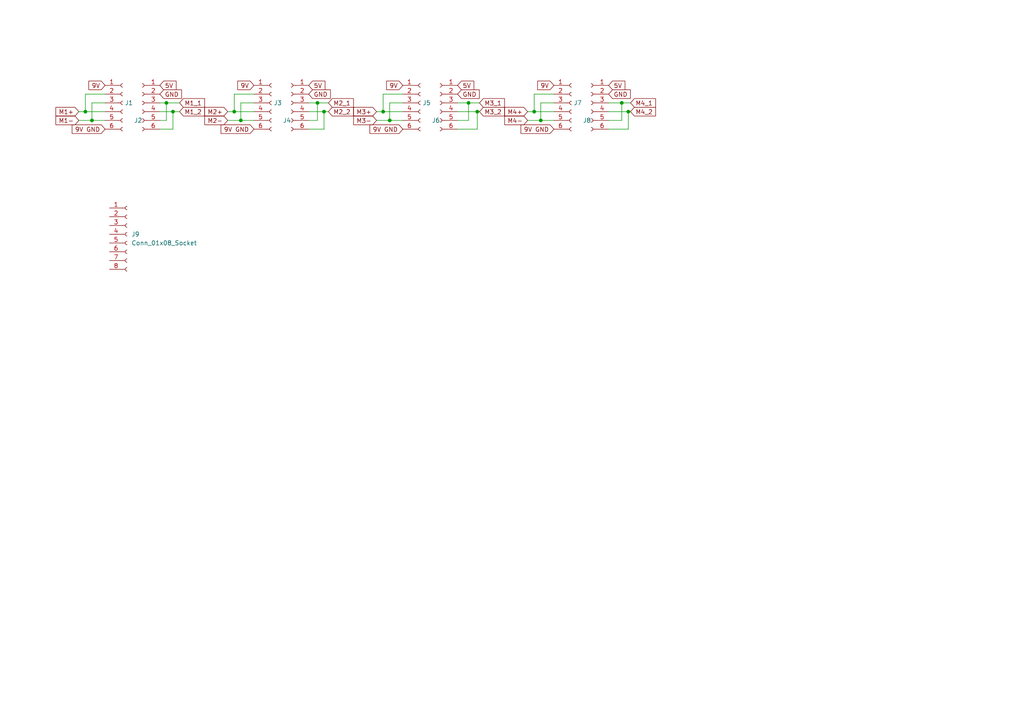
<source format=kicad_sch>
(kicad_sch (version 20230121) (generator eeschema)

  (uuid 9ed48ca3-3f64-4a4f-8208-46ac0d9e63c6)

  (paper "A4")

  (lib_symbols
    (symbol "Connector:Conn_01x06_Socket" (pin_names (offset 1.016) hide) (in_bom yes) (on_board yes)
      (property "Reference" "J" (at 0 7.62 0)
        (effects (font (size 1.27 1.27)))
      )
      (property "Value" "Conn_01x06_Socket" (at 0 -10.16 0)
        (effects (font (size 1.27 1.27)))
      )
      (property "Footprint" "" (at 0 0 0)
        (effects (font (size 1.27 1.27)) hide)
      )
      (property "Datasheet" "~" (at 0 0 0)
        (effects (font (size 1.27 1.27)) hide)
      )
      (property "ki_locked" "" (at 0 0 0)
        (effects (font (size 1.27 1.27)))
      )
      (property "ki_keywords" "connector" (at 0 0 0)
        (effects (font (size 1.27 1.27)) hide)
      )
      (property "ki_description" "Generic connector, single row, 01x06, script generated" (at 0 0 0)
        (effects (font (size 1.27 1.27)) hide)
      )
      (property "ki_fp_filters" "Connector*:*_1x??_*" (at 0 0 0)
        (effects (font (size 1.27 1.27)) hide)
      )
      (symbol "Conn_01x06_Socket_1_1"
        (arc (start 0 -7.112) (mid -0.5058 -7.62) (end 0 -8.128)
          (stroke (width 0.1524) (type default))
          (fill (type none))
        )
        (arc (start 0 -4.572) (mid -0.5058 -5.08) (end 0 -5.588)
          (stroke (width 0.1524) (type default))
          (fill (type none))
        )
        (arc (start 0 -2.032) (mid -0.5058 -2.54) (end 0 -3.048)
          (stroke (width 0.1524) (type default))
          (fill (type none))
        )
        (polyline
          (pts
            (xy -1.27 -7.62)
            (xy -0.508 -7.62)
          )
          (stroke (width 0.1524) (type default))
          (fill (type none))
        )
        (polyline
          (pts
            (xy -1.27 -5.08)
            (xy -0.508 -5.08)
          )
          (stroke (width 0.1524) (type default))
          (fill (type none))
        )
        (polyline
          (pts
            (xy -1.27 -2.54)
            (xy -0.508 -2.54)
          )
          (stroke (width 0.1524) (type default))
          (fill (type none))
        )
        (polyline
          (pts
            (xy -1.27 0)
            (xy -0.508 0)
          )
          (stroke (width 0.1524) (type default))
          (fill (type none))
        )
        (polyline
          (pts
            (xy -1.27 2.54)
            (xy -0.508 2.54)
          )
          (stroke (width 0.1524) (type default))
          (fill (type none))
        )
        (polyline
          (pts
            (xy -1.27 5.08)
            (xy -0.508 5.08)
          )
          (stroke (width 0.1524) (type default))
          (fill (type none))
        )
        (arc (start 0 0.508) (mid -0.5058 0) (end 0 -0.508)
          (stroke (width 0.1524) (type default))
          (fill (type none))
        )
        (arc (start 0 3.048) (mid -0.5058 2.54) (end 0 2.032)
          (stroke (width 0.1524) (type default))
          (fill (type none))
        )
        (arc (start 0 5.588) (mid -0.5058 5.08) (end 0 4.572)
          (stroke (width 0.1524) (type default))
          (fill (type none))
        )
        (pin passive line (at -5.08 5.08 0) (length 3.81)
          (name "Pin_1" (effects (font (size 1.27 1.27))))
          (number "1" (effects (font (size 1.27 1.27))))
        )
        (pin passive line (at -5.08 2.54 0) (length 3.81)
          (name "Pin_2" (effects (font (size 1.27 1.27))))
          (number "2" (effects (font (size 1.27 1.27))))
        )
        (pin passive line (at -5.08 0 0) (length 3.81)
          (name "Pin_3" (effects (font (size 1.27 1.27))))
          (number "3" (effects (font (size 1.27 1.27))))
        )
        (pin passive line (at -5.08 -2.54 0) (length 3.81)
          (name "Pin_4" (effects (font (size 1.27 1.27))))
          (number "4" (effects (font (size 1.27 1.27))))
        )
        (pin passive line (at -5.08 -5.08 0) (length 3.81)
          (name "Pin_5" (effects (font (size 1.27 1.27))))
          (number "5" (effects (font (size 1.27 1.27))))
        )
        (pin passive line (at -5.08 -7.62 0) (length 3.81)
          (name "Pin_6" (effects (font (size 1.27 1.27))))
          (number "6" (effects (font (size 1.27 1.27))))
        )
      )
    )
    (symbol "Connector:Conn_01x08_Socket" (pin_names (offset 1.016) hide) (in_bom yes) (on_board yes)
      (property "Reference" "J" (at 0 10.16 0)
        (effects (font (size 1.27 1.27)))
      )
      (property "Value" "Conn_01x08_Socket" (at 0 -12.7 0)
        (effects (font (size 1.27 1.27)))
      )
      (property "Footprint" "" (at 0 0 0)
        (effects (font (size 1.27 1.27)) hide)
      )
      (property "Datasheet" "~" (at 0 0 0)
        (effects (font (size 1.27 1.27)) hide)
      )
      (property "ki_locked" "" (at 0 0 0)
        (effects (font (size 1.27 1.27)))
      )
      (property "ki_keywords" "connector" (at 0 0 0)
        (effects (font (size 1.27 1.27)) hide)
      )
      (property "ki_description" "Generic connector, single row, 01x08, script generated" (at 0 0 0)
        (effects (font (size 1.27 1.27)) hide)
      )
      (property "ki_fp_filters" "Connector*:*_1x??_*" (at 0 0 0)
        (effects (font (size 1.27 1.27)) hide)
      )
      (symbol "Conn_01x08_Socket_1_1"
        (arc (start 0 -9.652) (mid -0.5058 -10.16) (end 0 -10.668)
          (stroke (width 0.1524) (type default))
          (fill (type none))
        )
        (arc (start 0 -7.112) (mid -0.5058 -7.62) (end 0 -8.128)
          (stroke (width 0.1524) (type default))
          (fill (type none))
        )
        (arc (start 0 -4.572) (mid -0.5058 -5.08) (end 0 -5.588)
          (stroke (width 0.1524) (type default))
          (fill (type none))
        )
        (arc (start 0 -2.032) (mid -0.5058 -2.54) (end 0 -3.048)
          (stroke (width 0.1524) (type default))
          (fill (type none))
        )
        (polyline
          (pts
            (xy -1.27 -10.16)
            (xy -0.508 -10.16)
          )
          (stroke (width 0.1524) (type default))
          (fill (type none))
        )
        (polyline
          (pts
            (xy -1.27 -7.62)
            (xy -0.508 -7.62)
          )
          (stroke (width 0.1524) (type default))
          (fill (type none))
        )
        (polyline
          (pts
            (xy -1.27 -5.08)
            (xy -0.508 -5.08)
          )
          (stroke (width 0.1524) (type default))
          (fill (type none))
        )
        (polyline
          (pts
            (xy -1.27 -2.54)
            (xy -0.508 -2.54)
          )
          (stroke (width 0.1524) (type default))
          (fill (type none))
        )
        (polyline
          (pts
            (xy -1.27 0)
            (xy -0.508 0)
          )
          (stroke (width 0.1524) (type default))
          (fill (type none))
        )
        (polyline
          (pts
            (xy -1.27 2.54)
            (xy -0.508 2.54)
          )
          (stroke (width 0.1524) (type default))
          (fill (type none))
        )
        (polyline
          (pts
            (xy -1.27 5.08)
            (xy -0.508 5.08)
          )
          (stroke (width 0.1524) (type default))
          (fill (type none))
        )
        (polyline
          (pts
            (xy -1.27 7.62)
            (xy -0.508 7.62)
          )
          (stroke (width 0.1524) (type default))
          (fill (type none))
        )
        (arc (start 0 0.508) (mid -0.5058 0) (end 0 -0.508)
          (stroke (width 0.1524) (type default))
          (fill (type none))
        )
        (arc (start 0 3.048) (mid -0.5058 2.54) (end 0 2.032)
          (stroke (width 0.1524) (type default))
          (fill (type none))
        )
        (arc (start 0 5.588) (mid -0.5058 5.08) (end 0 4.572)
          (stroke (width 0.1524) (type default))
          (fill (type none))
        )
        (arc (start 0 8.128) (mid -0.5058 7.62) (end 0 7.112)
          (stroke (width 0.1524) (type default))
          (fill (type none))
        )
        (pin passive line (at -5.08 7.62 0) (length 3.81)
          (name "Pin_1" (effects (font (size 1.27 1.27))))
          (number "1" (effects (font (size 1.27 1.27))))
        )
        (pin passive line (at -5.08 5.08 0) (length 3.81)
          (name "Pin_2" (effects (font (size 1.27 1.27))))
          (number "2" (effects (font (size 1.27 1.27))))
        )
        (pin passive line (at -5.08 2.54 0) (length 3.81)
          (name "Pin_3" (effects (font (size 1.27 1.27))))
          (number "3" (effects (font (size 1.27 1.27))))
        )
        (pin passive line (at -5.08 0 0) (length 3.81)
          (name "Pin_4" (effects (font (size 1.27 1.27))))
          (number "4" (effects (font (size 1.27 1.27))))
        )
        (pin passive line (at -5.08 -2.54 0) (length 3.81)
          (name "Pin_5" (effects (font (size 1.27 1.27))))
          (number "5" (effects (font (size 1.27 1.27))))
        )
        (pin passive line (at -5.08 -5.08 0) (length 3.81)
          (name "Pin_6" (effects (font (size 1.27 1.27))))
          (number "6" (effects (font (size 1.27 1.27))))
        )
        (pin passive line (at -5.08 -7.62 0) (length 3.81)
          (name "Pin_7" (effects (font (size 1.27 1.27))))
          (number "7" (effects (font (size 1.27 1.27))))
        )
        (pin passive line (at -5.08 -10.16 0) (length 3.81)
          (name "Pin_8" (effects (font (size 1.27 1.27))))
          (number "8" (effects (font (size 1.27 1.27))))
        )
      )
    )
  )

  (junction (at 69.85 34.925) (diameter 0) (color 0 0 0 0)
    (uuid 0e0ac67e-f557-439e-a3ca-4452f57c9c4a)
  )
  (junction (at 138.43 32.385) (diameter 0) (color 0 0 0 0)
    (uuid 24e59e05-db5c-4391-a1cb-8dd9eca7b773)
  )
  (junction (at 48.26 29.845) (diameter 0) (color 0 0 0 0)
    (uuid 3d9be9d5-a207-4f0a-999f-8d065053c8ec)
  )
  (junction (at 67.945 32.385) (diameter 0) (color 0 0 0 0)
    (uuid 4542c1e6-0665-4296-8127-990de9bc7ea4)
  )
  (junction (at 93.98 32.385) (diameter 0) (color 0 0 0 0)
    (uuid 46e8a72a-e814-47ca-ad8a-380b726097b9)
  )
  (junction (at 24.765 32.385) (diameter 0) (color 0 0 0 0)
    (uuid 5954e31f-b431-4e03-9c67-0f70c32606d1)
  )
  (junction (at 182.245 32.385) (diameter 0) (color 0 0 0 0)
    (uuid 7f8c2526-1d0f-43e9-9b60-afd8fe7d998c)
  )
  (junction (at 26.67 34.925) (diameter 0) (color 0 0 0 0)
    (uuid 81c42c8c-9e66-4a21-a934-d7fd6b9007d5)
  )
  (junction (at 113.03 34.925) (diameter 0) (color 0 0 0 0)
    (uuid 85c46f5f-8c41-43cc-bd53-cc596900a9d9)
  )
  (junction (at 50.165 32.385) (diameter 0) (color 0 0 0 0)
    (uuid afc64fda-d313-4f60-9271-58abdac68dbe)
  )
  (junction (at 180.34 29.845) (diameter 0) (color 0 0 0 0)
    (uuid b4de2e45-13a2-49e5-8fcc-98d807fe0b6d)
  )
  (junction (at 111.125 32.385) (diameter 0) (color 0 0 0 0)
    (uuid d12916e3-f4c9-43a5-84d5-6a15e0ff1180)
  )
  (junction (at 154.94 32.385) (diameter 0) (color 0 0 0 0)
    (uuid eacb9d1d-4eed-45a6-8457-bd4547a7eb29)
  )
  (junction (at 156.845 34.925) (diameter 0) (color 0 0 0 0)
    (uuid f2ad2b83-7c68-49e3-9150-a0a4f9b2c143)
  )
  (junction (at 92.075 29.845) (diameter 0) (color 0 0 0 0)
    (uuid f7543c01-5729-4729-b1f8-a845a600ce1a)
  )
  (junction (at 135.89 29.845) (diameter 0) (color 0 0 0 0)
    (uuid fac6a434-5450-42d1-b08a-311b6b4ac8a9)
  )

  (wire (pts (xy 111.125 32.385) (xy 111.125 27.305))
    (stroke (width 0) (type default))
    (uuid 02651a93-9339-42eb-9784-f5e532bfc373)
  )
  (wire (pts (xy 24.765 32.385) (xy 24.765 27.305))
    (stroke (width 0) (type default))
    (uuid 06202737-9dba-4fa7-8637-7af37be6c3cb)
  )
  (wire (pts (xy 113.03 34.925) (xy 116.84 34.925))
    (stroke (width 0) (type default))
    (uuid 07408b36-0587-4f35-8f1a-8e40205b20c2)
  )
  (wire (pts (xy 135.89 29.845) (xy 135.89 34.925))
    (stroke (width 0) (type default))
    (uuid 097d02bf-c41b-4590-93eb-60fa54b667bb)
  )
  (wire (pts (xy 93.98 32.385) (xy 95.25 32.385))
    (stroke (width 0) (type default))
    (uuid 0c2a478d-c30d-466c-bb7c-79838b92cedc)
  )
  (wire (pts (xy 154.94 32.385) (xy 160.655 32.385))
    (stroke (width 0) (type default))
    (uuid 0d4d0299-91be-4c29-883c-df9df1eb1c67)
  )
  (wire (pts (xy 180.34 29.845) (xy 180.34 34.925))
    (stroke (width 0) (type default))
    (uuid 0e2fb970-6144-4fb3-bfa8-e3bb968214af)
  )
  (wire (pts (xy 48.26 29.845) (xy 48.26 34.925))
    (stroke (width 0) (type default))
    (uuid 19bdaa20-90de-4f97-96f9-b43d38ad05b0)
  )
  (wire (pts (xy 92.075 29.845) (xy 92.075 34.925))
    (stroke (width 0) (type default))
    (uuid 2231efa5-b628-41a3-905a-f08f47c3a2e1)
  )
  (wire (pts (xy 46.355 37.465) (xy 50.165 37.465))
    (stroke (width 0) (type default))
    (uuid 29c5af6d-949a-4ce2-a0eb-d7c6941299b0)
  )
  (wire (pts (xy 26.67 34.925) (xy 30.48 34.925))
    (stroke (width 0) (type default))
    (uuid 2c5c247a-9157-40ab-8a13-dd26482b1b86)
  )
  (wire (pts (xy 92.075 29.845) (xy 95.25 29.845))
    (stroke (width 0) (type default))
    (uuid 2ca2b77b-a0fd-471c-8160-ccae10a26928)
  )
  (wire (pts (xy 113.03 29.845) (xy 116.84 29.845))
    (stroke (width 0) (type default))
    (uuid 2fe40d15-b531-4abe-b0a5-058914d37d59)
  )
  (wire (pts (xy 50.165 32.385) (xy 52.07 32.385))
    (stroke (width 0) (type default))
    (uuid 36cb3d54-c6f4-40e3-bfc1-3cddbd61db5c)
  )
  (wire (pts (xy 66.04 34.925) (xy 69.85 34.925))
    (stroke (width 0) (type default))
    (uuid 395ab97e-0012-4e36-8cb3-a415eadefb62)
  )
  (wire (pts (xy 26.67 34.925) (xy 26.67 29.845))
    (stroke (width 0) (type default))
    (uuid 39b1a780-2ee0-43aa-8b85-97f0c2847dfe)
  )
  (wire (pts (xy 109.22 32.385) (xy 111.125 32.385))
    (stroke (width 0) (type default))
    (uuid 3a54c4b5-3914-42db-b502-6c0c76df3474)
  )
  (wire (pts (xy 89.535 32.385) (xy 93.98 32.385))
    (stroke (width 0) (type default))
    (uuid 3cce87e3-6f88-4b75-8395-f95e4f689779)
  )
  (wire (pts (xy 154.94 32.385) (xy 154.94 27.305))
    (stroke (width 0) (type default))
    (uuid 41e071bc-d249-4b2f-91fd-5d77a20d3eb2)
  )
  (wire (pts (xy 22.86 32.385) (xy 24.765 32.385))
    (stroke (width 0) (type default))
    (uuid 4664e733-5402-4a0f-800b-be0098faeedd)
  )
  (wire (pts (xy 92.075 34.925) (xy 89.535 34.925))
    (stroke (width 0) (type default))
    (uuid 510d6a20-f1b6-47c3-8931-b817a210d357)
  )
  (wire (pts (xy 50.165 37.465) (xy 50.165 32.385))
    (stroke (width 0) (type default))
    (uuid 524541b5-ddc6-40d5-944e-cd1c8c253294)
  )
  (wire (pts (xy 182.245 32.385) (xy 182.88 32.385))
    (stroke (width 0) (type default))
    (uuid 5cccd8d4-e50c-4375-b0b7-d0c8f07c34f3)
  )
  (wire (pts (xy 46.355 32.385) (xy 50.165 32.385))
    (stroke (width 0) (type default))
    (uuid 5d889169-47e6-4d0b-be65-fff6a10e1eda)
  )
  (wire (pts (xy 176.53 32.385) (xy 182.245 32.385))
    (stroke (width 0) (type default))
    (uuid 633a2f49-9e8b-4803-8098-297c925d554b)
  )
  (wire (pts (xy 154.94 27.305) (xy 160.655 27.305))
    (stroke (width 0) (type default))
    (uuid 6dc3c4b5-6d87-49ee-bd53-447362f60086)
  )
  (wire (pts (xy 46.355 29.845) (xy 48.26 29.845))
    (stroke (width 0) (type default))
    (uuid 6e05b755-0fc4-4c48-8e0c-030961e14182)
  )
  (wire (pts (xy 111.125 27.305) (xy 116.84 27.305))
    (stroke (width 0) (type default))
    (uuid 798eefd9-71df-49a8-840e-2253d97eb411)
  )
  (wire (pts (xy 180.34 29.845) (xy 182.88 29.845))
    (stroke (width 0) (type default))
    (uuid 7c6815a3-7dc4-4fed-88b6-9ccd563ccc80)
  )
  (wire (pts (xy 22.86 34.925) (xy 26.67 34.925))
    (stroke (width 0) (type default))
    (uuid 7d4aa7e1-c521-49f4-bcfd-3be309b92fe8)
  )
  (wire (pts (xy 24.765 27.305) (xy 30.48 27.305))
    (stroke (width 0) (type default))
    (uuid 80d13cd4-fe56-42e4-9bee-0b301def5cc6)
  )
  (wire (pts (xy 182.245 37.465) (xy 176.53 37.465))
    (stroke (width 0) (type default))
    (uuid 8919b22d-10f6-4703-b959-b30d73ad8b33)
  )
  (wire (pts (xy 180.34 34.925) (xy 176.53 34.925))
    (stroke (width 0) (type default))
    (uuid 8d90a6ea-cf8d-4505-bf93-6065feb05b63)
  )
  (wire (pts (xy 138.43 37.465) (xy 132.715 37.465))
    (stroke (width 0) (type default))
    (uuid 90798a04-2cc5-43fd-a199-79b47c50c070)
  )
  (wire (pts (xy 24.765 32.385) (xy 30.48 32.385))
    (stroke (width 0) (type default))
    (uuid 9246143a-0253-4a56-8ced-43490ae1ef4f)
  )
  (wire (pts (xy 109.22 34.925) (xy 113.03 34.925))
    (stroke (width 0) (type default))
    (uuid 9cf85afa-440e-49ee-840b-1a3fa32ed34c)
  )
  (wire (pts (xy 153.035 34.925) (xy 156.845 34.925))
    (stroke (width 0) (type default))
    (uuid a3276752-07f0-44fd-b334-e11e5fddecd1)
  )
  (wire (pts (xy 156.845 34.925) (xy 160.655 34.925))
    (stroke (width 0) (type default))
    (uuid a6c88b50-9964-4bc9-9a9e-eeb7d4021aab)
  )
  (wire (pts (xy 66.04 32.385) (xy 67.945 32.385))
    (stroke (width 0) (type default))
    (uuid a9ff37fa-2087-423c-964c-bfdadc70b5d9)
  )
  (wire (pts (xy 69.85 29.845) (xy 73.66 29.845))
    (stroke (width 0) (type default))
    (uuid ad7f2c4f-375f-4589-ab12-91028b9ea1d5)
  )
  (wire (pts (xy 135.89 29.845) (xy 139.065 29.845))
    (stroke (width 0) (type default))
    (uuid b5706c2f-3279-441a-9c90-ea095dcd361f)
  )
  (wire (pts (xy 93.98 37.465) (xy 89.535 37.465))
    (stroke (width 0) (type default))
    (uuid b6ea320e-e63c-4d1e-ad36-efda28a96e69)
  )
  (wire (pts (xy 182.245 32.385) (xy 182.245 37.465))
    (stroke (width 0) (type default))
    (uuid b8d8ce16-494f-4387-8c52-911633d517aa)
  )
  (wire (pts (xy 67.945 27.305) (xy 73.66 27.305))
    (stroke (width 0) (type default))
    (uuid b901909a-1989-40d6-80f7-9ccfce013234)
  )
  (wire (pts (xy 48.26 34.925) (xy 46.355 34.925))
    (stroke (width 0) (type default))
    (uuid bd98ac07-1866-4917-9b1f-fd61e8542fc8)
  )
  (wire (pts (xy 176.53 29.845) (xy 180.34 29.845))
    (stroke (width 0) (type default))
    (uuid be55c65a-5309-4cbf-aa16-59037873ae97)
  )
  (wire (pts (xy 67.945 32.385) (xy 73.66 32.385))
    (stroke (width 0) (type default))
    (uuid bef5878a-a0ef-4b06-9dad-f1ccfe4b292a)
  )
  (wire (pts (xy 111.125 32.385) (xy 116.84 32.385))
    (stroke (width 0) (type default))
    (uuid c14ca764-7123-4d62-8f5d-31e5db6757b5)
  )
  (wire (pts (xy 48.26 29.845) (xy 52.07 29.845))
    (stroke (width 0) (type default))
    (uuid cc019934-0bcb-4778-8a78-edb314533f21)
  )
  (wire (pts (xy 153.035 32.385) (xy 154.94 32.385))
    (stroke (width 0) (type default))
    (uuid d1bcfdc1-09f8-470d-8457-cfe2f0fa5c74)
  )
  (wire (pts (xy 67.945 32.385) (xy 67.945 27.305))
    (stroke (width 0) (type default))
    (uuid d773e73d-4c30-47dc-9d59-0541e43682c9)
  )
  (wire (pts (xy 132.715 32.385) (xy 138.43 32.385))
    (stroke (width 0) (type default))
    (uuid db756c78-8b00-4104-abbe-5ea83395fcef)
  )
  (wire (pts (xy 138.43 32.385) (xy 138.43 37.465))
    (stroke (width 0) (type default))
    (uuid dbb44260-2154-44cf-a1e7-329b647ac88d)
  )
  (wire (pts (xy 135.89 34.925) (xy 132.715 34.925))
    (stroke (width 0) (type default))
    (uuid dbba6f2a-99e8-418c-bb89-a351af06f94c)
  )
  (wire (pts (xy 113.03 34.925) (xy 113.03 29.845))
    (stroke (width 0) (type default))
    (uuid e199c54f-de00-4e1c-be98-14dd7b3a42a2)
  )
  (wire (pts (xy 69.85 34.925) (xy 69.85 29.845))
    (stroke (width 0) (type default))
    (uuid e1bd066a-c0ca-4a52-a87a-caa26dd56b1f)
  )
  (wire (pts (xy 93.98 32.385) (xy 93.98 37.465))
    (stroke (width 0) (type default))
    (uuid e2762f80-148f-4d0a-b59a-fae12fc6978c)
  )
  (wire (pts (xy 26.67 29.845) (xy 30.48 29.845))
    (stroke (width 0) (type default))
    (uuid e445e85d-83ad-4fd7-894a-9fae1134762e)
  )
  (wire (pts (xy 156.845 34.925) (xy 156.845 29.845))
    (stroke (width 0) (type default))
    (uuid e8f167a4-fe39-45f1-8a48-2cdeb48da5ce)
  )
  (wire (pts (xy 132.715 29.845) (xy 135.89 29.845))
    (stroke (width 0) (type default))
    (uuid f34f08ac-440f-4d99-bf62-21bec4952de4)
  )
  (wire (pts (xy 69.85 34.925) (xy 73.66 34.925))
    (stroke (width 0) (type default))
    (uuid f9ed9d08-c072-49cf-9c79-a7cd6f9b0f29)
  )
  (wire (pts (xy 138.43 32.385) (xy 139.065 32.385))
    (stroke (width 0) (type default))
    (uuid fda0f88f-af1d-462e-b881-96e5c3e230b1)
  )
  (wire (pts (xy 156.845 29.845) (xy 160.655 29.845))
    (stroke (width 0) (type default))
    (uuid fe41f6e6-7d52-4a04-bf02-08e16aae7900)
  )
  (wire (pts (xy 89.535 29.845) (xy 92.075 29.845))
    (stroke (width 0) (type default))
    (uuid ff19f162-b97f-440c-867d-f28f6fae6abe)
  )

  (global_label "5V" (shape input) (at 132.715 24.765 0) (fields_autoplaced)
    (effects (font (size 1.27 1.27)) (justify left))
    (uuid 06aad7c8-040a-4a01-aab9-771e7e8cb6a7)
    (property "Intersheetrefs" "${INTERSHEET_REFS}" (at 137.9983 24.765 0)
      (effects (font (size 1.27 1.27)) (justify left) hide)
    )
  )
  (global_label "M2+" (shape input) (at 66.04 32.385 180) (fields_autoplaced)
    (effects (font (size 1.27 1.27)) (justify right))
    (uuid 14a36d10-8480-4bf4-b69a-36bf10cb774b)
    (property "Intersheetrefs" "${INTERSHEET_REFS}" (at 58.8215 32.385 0)
      (effects (font (size 1.27 1.27)) (justify right) hide)
    )
  )
  (global_label "9V" (shape input) (at 30.48 24.765 180) (fields_autoplaced)
    (effects (font (size 1.27 1.27)) (justify right))
    (uuid 24151cd3-5460-418a-bfbd-329ce06d3717)
    (property "Intersheetrefs" "${INTERSHEET_REFS}" (at 25.1967 24.765 0)
      (effects (font (size 1.27 1.27)) (justify right) hide)
    )
  )
  (global_label "GND" (shape input) (at 176.53 27.305 0) (fields_autoplaced)
    (effects (font (size 1.27 1.27)) (justify left))
    (uuid 2efdaf98-0641-4242-8009-ba792864422c)
    (property "Intersheetrefs" "${INTERSHEET_REFS}" (at 183.3857 27.305 0)
      (effects (font (size 1.27 1.27)) (justify left) hide)
    )
  )
  (global_label "M1_2" (shape input) (at 52.07 32.385 0) (fields_autoplaced)
    (effects (font (size 1.27 1.27)) (justify left))
    (uuid 358de203-0bad-472a-a267-3c6e259e7285)
    (property "Intersheetrefs" "${INTERSHEET_REFS}" (at 59.8932 32.385 0)
      (effects (font (size 1.27 1.27)) (justify left) hide)
    )
  )
  (global_label "9V" (shape input) (at 160.655 24.765 180) (fields_autoplaced)
    (effects (font (size 1.27 1.27)) (justify right))
    (uuid 51488055-8d3d-4d2e-ba05-44346040404e)
    (property "Intersheetrefs" "${INTERSHEET_REFS}" (at 155.3717 24.765 0)
      (effects (font (size 1.27 1.27)) (justify right) hide)
    )
  )
  (global_label "9V GND" (shape input) (at 30.48 37.465 180) (fields_autoplaced)
    (effects (font (size 1.27 1.27)) (justify right))
    (uuid 519f58fa-ffe4-42fb-b991-ecfe5603401b)
    (property "Intersheetrefs" "${INTERSHEET_REFS}" (at 20.3586 37.465 0)
      (effects (font (size 1.27 1.27)) (justify right) hide)
    )
  )
  (global_label "GND" (shape input) (at 89.535 27.305 0) (fields_autoplaced)
    (effects (font (size 1.27 1.27)) (justify left))
    (uuid 75c6032e-3158-4616-80a9-a4e1e85d64ba)
    (property "Intersheetrefs" "${INTERSHEET_REFS}" (at 96.3907 27.305 0)
      (effects (font (size 1.27 1.27)) (justify left) hide)
    )
  )
  (global_label "M4-" (shape input) (at 153.035 34.925 180) (fields_autoplaced)
    (effects (font (size 1.27 1.27)) (justify right))
    (uuid 7898d5aa-40a0-4b8f-9c40-52c8fac06634)
    (property "Intersheetrefs" "${INTERSHEET_REFS}" (at 145.8165 34.925 0)
      (effects (font (size 1.27 1.27)) (justify right) hide)
    )
  )
  (global_label "M3-" (shape input) (at 109.22 34.925 180) (fields_autoplaced)
    (effects (font (size 1.27 1.27)) (justify right))
    (uuid 869b55b6-307c-4e35-a0c6-da2c075a4daf)
    (property "Intersheetrefs" "${INTERSHEET_REFS}" (at 102.0015 34.925 0)
      (effects (font (size 1.27 1.27)) (justify right) hide)
    )
  )
  (global_label "M3+" (shape input) (at 109.22 32.385 180) (fields_autoplaced)
    (effects (font (size 1.27 1.27)) (justify right))
    (uuid 968271aa-f94e-4cd9-828c-16e4bbc00e6e)
    (property "Intersheetrefs" "${INTERSHEET_REFS}" (at 102.0015 32.385 0)
      (effects (font (size 1.27 1.27)) (justify right) hide)
    )
  )
  (global_label "GND" (shape input) (at 132.715 27.305 0) (fields_autoplaced)
    (effects (font (size 1.27 1.27)) (justify left))
    (uuid 96cfb897-3fac-4a6a-946a-17ae08045828)
    (property "Intersheetrefs" "${INTERSHEET_REFS}" (at 139.5707 27.305 0)
      (effects (font (size 1.27 1.27)) (justify left) hide)
    )
  )
  (global_label "M4_2" (shape input) (at 182.88 32.385 0) (fields_autoplaced)
    (effects (font (size 1.27 1.27)) (justify left))
    (uuid a1ad4a47-db80-4062-9856-53fcea9ce7aa)
    (property "Intersheetrefs" "${INTERSHEET_REFS}" (at 190.7032 32.385 0)
      (effects (font (size 1.27 1.27)) (justify left) hide)
    )
  )
  (global_label "M1_1" (shape input) (at 52.07 29.845 0) (fields_autoplaced)
    (effects (font (size 1.27 1.27)) (justify left))
    (uuid a26b2448-9ac2-4357-bd31-bbfa97490e0e)
    (property "Intersheetrefs" "${INTERSHEET_REFS}" (at 59.8932 29.845 0)
      (effects (font (size 1.27 1.27)) (justify left) hide)
    )
  )
  (global_label "M4_1" (shape input) (at 182.88 29.845 0) (fields_autoplaced)
    (effects (font (size 1.27 1.27)) (justify left))
    (uuid a8bbbba8-9d4e-4482-935c-f99cb8959ba4)
    (property "Intersheetrefs" "${INTERSHEET_REFS}" (at 190.7032 29.845 0)
      (effects (font (size 1.27 1.27)) (justify left) hide)
    )
  )
  (global_label "M1+" (shape input) (at 22.86 32.385 180) (fields_autoplaced)
    (effects (font (size 1.27 1.27)) (justify right))
    (uuid af924fa6-6ab2-4eee-bae9-dc45ed0db95c)
    (property "Intersheetrefs" "${INTERSHEET_REFS}" (at 15.6415 32.385 0)
      (effects (font (size 1.27 1.27)) (justify right) hide)
    )
  )
  (global_label "M3_2" (shape input) (at 139.065 32.385 0) (fields_autoplaced)
    (effects (font (size 1.27 1.27)) (justify left))
    (uuid b247510c-730f-4bd9-9222-16587cb69c1f)
    (property "Intersheetrefs" "${INTERSHEET_REFS}" (at 146.8882 32.385 0)
      (effects (font (size 1.27 1.27)) (justify left) hide)
    )
  )
  (global_label "9V GND" (shape input) (at 160.655 37.465 180) (fields_autoplaced)
    (effects (font (size 1.27 1.27)) (justify right))
    (uuid b299f25a-9440-4ff9-9594-3a2c8cb8be29)
    (property "Intersheetrefs" "${INTERSHEET_REFS}" (at 150.5336 37.465 0)
      (effects (font (size 1.27 1.27)) (justify right) hide)
    )
  )
  (global_label "5V" (shape input) (at 46.355 24.765 0) (fields_autoplaced)
    (effects (font (size 1.27 1.27)) (justify left))
    (uuid be72533f-bb4a-4c5b-b965-d3a16323dcc0)
    (property "Intersheetrefs" "${INTERSHEET_REFS}" (at 51.6383 24.765 0)
      (effects (font (size 1.27 1.27)) (justify left) hide)
    )
  )
  (global_label "5V" (shape input) (at 176.53 24.765 0) (fields_autoplaced)
    (effects (font (size 1.27 1.27)) (justify left))
    (uuid c107c998-13b8-4558-a686-08d66c908a3a)
    (property "Intersheetrefs" "${INTERSHEET_REFS}" (at 181.8133 24.765 0)
      (effects (font (size 1.27 1.27)) (justify left) hide)
    )
  )
  (global_label "9V GND" (shape input) (at 116.84 37.465 180) (fields_autoplaced)
    (effects (font (size 1.27 1.27)) (justify right))
    (uuid c2e7ff3b-6e1f-4426-add9-e4906a14e8a2)
    (property "Intersheetrefs" "${INTERSHEET_REFS}" (at 106.7186 37.465 0)
      (effects (font (size 1.27 1.27)) (justify right) hide)
    )
  )
  (global_label "M3_1" (shape input) (at 139.065 29.845 0) (fields_autoplaced)
    (effects (font (size 1.27 1.27)) (justify left))
    (uuid c3c6d8f0-ae0c-43c2-aa6b-0b6f89e72df0)
    (property "Intersheetrefs" "${INTERSHEET_REFS}" (at 146.8882 29.845 0)
      (effects (font (size 1.27 1.27)) (justify left) hide)
    )
  )
  (global_label "M4+" (shape input) (at 153.035 32.385 180) (fields_autoplaced)
    (effects (font (size 1.27 1.27)) (justify right))
    (uuid d1fc4071-6ef7-4356-9f50-394a43756c61)
    (property "Intersheetrefs" "${INTERSHEET_REFS}" (at 145.8165 32.385 0)
      (effects (font (size 1.27 1.27)) (justify right) hide)
    )
  )
  (global_label "M2-" (shape input) (at 66.04 34.925 180) (fields_autoplaced)
    (effects (font (size 1.27 1.27)) (justify right))
    (uuid d560e4a9-a34e-4d58-8feb-6d3fd927afbc)
    (property "Intersheetrefs" "${INTERSHEET_REFS}" (at 58.8215 34.925 0)
      (effects (font (size 1.27 1.27)) (justify right) hide)
    )
  )
  (global_label "M2_2" (shape input) (at 95.25 32.385 0) (fields_autoplaced)
    (effects (font (size 1.27 1.27)) (justify left))
    (uuid d7fdf3fc-1d07-49dc-a2c0-4c850cfb4972)
    (property "Intersheetrefs" "${INTERSHEET_REFS}" (at 103.0732 32.385 0)
      (effects (font (size 1.27 1.27)) (justify left) hide)
    )
  )
  (global_label "5V" (shape input) (at 89.535 24.765 0) (fields_autoplaced)
    (effects (font (size 1.27 1.27)) (justify left))
    (uuid d828f1f5-67cf-433e-8f8a-15b7ff1e78c8)
    (property "Intersheetrefs" "${INTERSHEET_REFS}" (at 94.8183 24.765 0)
      (effects (font (size 1.27 1.27)) (justify left) hide)
    )
  )
  (global_label "9V GND" (shape input) (at 73.66 37.465 180) (fields_autoplaced)
    (effects (font (size 1.27 1.27)) (justify right))
    (uuid d8c13895-50cf-4602-8fe0-326989056c0e)
    (property "Intersheetrefs" "${INTERSHEET_REFS}" (at 63.5386 37.465 0)
      (effects (font (size 1.27 1.27)) (justify right) hide)
    )
  )
  (global_label "9V" (shape input) (at 116.84 24.765 180) (fields_autoplaced)
    (effects (font (size 1.27 1.27)) (justify right))
    (uuid d95183a6-3435-4741-b176-7a61d2ea830c)
    (property "Intersheetrefs" "${INTERSHEET_REFS}" (at 111.5567 24.765 0)
      (effects (font (size 1.27 1.27)) (justify right) hide)
    )
  )
  (global_label "GND" (shape input) (at 46.355 27.305 0) (fields_autoplaced)
    (effects (font (size 1.27 1.27)) (justify left))
    (uuid ea9013e5-f98a-4be6-820f-452807e54f56)
    (property "Intersheetrefs" "${INTERSHEET_REFS}" (at 53.2107 27.305 0)
      (effects (font (size 1.27 1.27)) (justify left) hide)
    )
  )
  (global_label "M1-" (shape input) (at 22.86 34.925 180) (fields_autoplaced)
    (effects (font (size 1.27 1.27)) (justify right))
    (uuid f3eec373-c778-42c0-910b-ac234dfd71f2)
    (property "Intersheetrefs" "${INTERSHEET_REFS}" (at 15.6415 34.925 0)
      (effects (font (size 1.27 1.27)) (justify right) hide)
    )
  )
  (global_label "M2_1" (shape input) (at 95.25 29.845 0) (fields_autoplaced)
    (effects (font (size 1.27 1.27)) (justify left))
    (uuid f50bd7aa-4014-4128-9f8b-d67d01853894)
    (property "Intersheetrefs" "${INTERSHEET_REFS}" (at 103.0732 29.845 0)
      (effects (font (size 1.27 1.27)) (justify left) hide)
    )
  )
  (global_label "9V" (shape input) (at 73.66 24.765 180) (fields_autoplaced)
    (effects (font (size 1.27 1.27)) (justify right))
    (uuid fa86beee-8d65-4e6d-b291-f2de51ea52b1)
    (property "Intersheetrefs" "${INTERSHEET_REFS}" (at 68.3767 24.765 0)
      (effects (font (size 1.27 1.27)) (justify right) hide)
    )
  )

  (symbol (lib_id "Connector:Conn_01x06_Socket") (at 127.635 29.845 0) (mirror y) (unit 1)
    (in_bom yes) (on_board yes) (dnp no)
    (uuid 00daa430-9bc9-46fa-b30d-63ba9b913017)
    (property "Reference" "J6" (at 127.635 34.925 0)
      (effects (font (size 1.27 1.27)) (justify left))
    )
    (property "Value" "Conn_01x06_Socket" (at 125.73 32.385 0)
      (effects (font (size 1.27 1.27)) (justify left) hide)
    )
    (property "Footprint" "" (at 127.635 29.845 0)
      (effects (font (size 1.27 1.27)) hide)
    )
    (property "Datasheet" "~" (at 127.635 29.845 0)
      (effects (font (size 1.27 1.27)) hide)
    )
    (pin "6" (uuid ded00e0e-6660-433d-9fb4-83fdfc133c5d))
    (pin "2" (uuid 28a5f158-9827-4807-add9-f5f889565e3c))
    (pin "4" (uuid 84222bba-aa17-4379-a164-3585d1664da3))
    (pin "1" (uuid 29ff8c6a-747d-4bbe-b470-c9f15ddfcb26))
    (pin "3" (uuid 18a15466-4b19-4f1e-a372-dc38298159b6))
    (pin "5" (uuid 75afb4c5-6a1e-43b9-9a7a-da5effc76995))
    (instances
      (project "motor driver"
        (path "/9ed48ca3-3f64-4a4f-8208-46ac0d9e63c6"
          (reference "J6") (unit 1)
        )
      )
    )
  )

  (symbol (lib_id "Connector:Conn_01x06_Socket") (at 41.275 29.845 0) (mirror y) (unit 1)
    (in_bom yes) (on_board yes) (dnp no)
    (uuid 15200c37-ccc4-424d-951a-677f06d7654b)
    (property "Reference" "J2" (at 41.275 34.925 0)
      (effects (font (size 1.27 1.27)) (justify left))
    )
    (property "Value" "Conn_01x06_Socket" (at 39.37 32.385 0)
      (effects (font (size 1.27 1.27)) (justify left) hide)
    )
    (property "Footprint" "" (at 41.275 29.845 0)
      (effects (font (size 1.27 1.27)) hide)
    )
    (property "Datasheet" "~" (at 41.275 29.845 0)
      (effects (font (size 1.27 1.27)) hide)
    )
    (pin "6" (uuid 79731dfc-48fa-4c4f-bf59-6b0f14dcb1c1))
    (pin "2" (uuid a0641550-aa79-4427-851a-4c47eb86bc04))
    (pin "4" (uuid c0aa4f71-cf95-4a0f-97cc-afa2bd96e387))
    (pin "1" (uuid f20e7a7b-f301-40fb-9c0b-dc63eff9a71f))
    (pin "3" (uuid 2af1ca15-5ef3-4ce4-808c-e0bb315bcb91))
    (pin "5" (uuid d7adcd9d-e37b-40da-8c29-3117dc4d46e7))
    (instances
      (project "motor driver"
        (path "/9ed48ca3-3f64-4a4f-8208-46ac0d9e63c6"
          (reference "J2") (unit 1)
        )
      )
    )
  )

  (symbol (lib_id "Connector:Conn_01x06_Socket") (at 84.455 29.845 0) (mirror y) (unit 1)
    (in_bom yes) (on_board yes) (dnp no)
    (uuid 4100cb85-d6a8-4cbb-a86f-e1f79b1e498d)
    (property "Reference" "J4" (at 84.455 34.925 0)
      (effects (font (size 1.27 1.27)) (justify left))
    )
    (property "Value" "Conn_01x06_Socket" (at 82.55 32.385 0)
      (effects (font (size 1.27 1.27)) (justify left) hide)
    )
    (property "Footprint" "" (at 84.455 29.845 0)
      (effects (font (size 1.27 1.27)) hide)
    )
    (property "Datasheet" "~" (at 84.455 29.845 0)
      (effects (font (size 1.27 1.27)) hide)
    )
    (pin "6" (uuid d525bf81-b02a-4c64-9f70-16eb783871c2))
    (pin "2" (uuid f02da5eb-6a15-4e7e-b832-c228901b98dc))
    (pin "4" (uuid 36938124-3c3d-4d74-889c-a247aa6cb8a6))
    (pin "1" (uuid 4ac6538e-0839-4e42-9544-7e4a6e1acff5))
    (pin "3" (uuid b4c56e9b-25f0-4590-9a65-1d6294c7800d))
    (pin "5" (uuid 4f92ff3e-304f-498f-b987-d8398a8b443f))
    (instances
      (project "motor driver"
        (path "/9ed48ca3-3f64-4a4f-8208-46ac0d9e63c6"
          (reference "J4") (unit 1)
        )
      )
    )
  )

  (symbol (lib_id "Connector:Conn_01x06_Socket") (at 165.735 29.845 0) (unit 1)
    (in_bom yes) (on_board yes) (dnp no)
    (uuid 53b8fd87-a097-4282-9e94-0be3c345bdd9)
    (property "Reference" "J7" (at 166.37 29.845 0)
      (effects (font (size 1.27 1.27)) (justify left))
    )
    (property "Value" "Conn_01x06_Socket" (at 167.64 32.385 0)
      (effects (font (size 1.27 1.27)) (justify left) hide)
    )
    (property "Footprint" "" (at 165.735 29.845 0)
      (effects (font (size 1.27 1.27)) hide)
    )
    (property "Datasheet" "~" (at 165.735 29.845 0)
      (effects (font (size 1.27 1.27)) hide)
    )
    (pin "6" (uuid c57a3903-b096-44b5-95b9-86536d5f32d9))
    (pin "2" (uuid 3326f087-0a8d-4b14-a3d6-868a73904007))
    (pin "4" (uuid 11224ef6-2ebc-490b-bd8d-cc48fe04d8ae))
    (pin "1" (uuid 8d6bd61f-eddf-4afc-8faf-52c00d223fba))
    (pin "3" (uuid f0da0a5c-2f9f-4895-9229-8ba5e1c8f90e))
    (pin "5" (uuid 698865ec-272e-4970-a8fe-f3bda828c860))
    (instances
      (project "motor driver"
        (path "/9ed48ca3-3f64-4a4f-8208-46ac0d9e63c6"
          (reference "J7") (unit 1)
        )
      )
    )
  )

  (symbol (lib_id "Connector:Conn_01x06_Socket") (at 35.56 29.845 0) (unit 1)
    (in_bom yes) (on_board yes) (dnp no)
    (uuid 701f82ef-0c31-4928-ac58-8f60247461c7)
    (property "Reference" "J1" (at 36.195 29.845 0)
      (effects (font (size 1.27 1.27)) (justify left))
    )
    (property "Value" "Conn_01x06_Socket" (at 37.465 32.385 0)
      (effects (font (size 1.27 1.27)) (justify left) hide)
    )
    (property "Footprint" "" (at 35.56 29.845 0)
      (effects (font (size 1.27 1.27)) hide)
    )
    (property "Datasheet" "~" (at 35.56 29.845 0)
      (effects (font (size 1.27 1.27)) hide)
    )
    (pin "6" (uuid ace783e0-a14b-4317-97e3-c8bafea388ae))
    (pin "2" (uuid 484708ca-6d6a-41c0-8919-cebcd4c6b5c0))
    (pin "4" (uuid 88a88230-09b9-4b77-b513-4bd4193e8640))
    (pin "1" (uuid 46f84867-e4ce-4b7e-82c5-afe0c8ddcddb))
    (pin "3" (uuid a57d43f8-9d7f-410a-8362-a30cec41f0ce))
    (pin "5" (uuid 15daa966-cf4a-4c1d-9ef0-a4ae7fa5b67b))
    (instances
      (project "motor driver"
        (path "/9ed48ca3-3f64-4a4f-8208-46ac0d9e63c6"
          (reference "J1") (unit 1)
        )
      )
    )
  )

  (symbol (lib_id "Connector:Conn_01x06_Socket") (at 78.74 29.845 0) (unit 1)
    (in_bom yes) (on_board yes) (dnp no)
    (uuid 79eec131-56c6-496a-b4ab-261369b01838)
    (property "Reference" "J3" (at 79.375 29.845 0)
      (effects (font (size 1.27 1.27)) (justify left))
    )
    (property "Value" "Conn_01x06_Socket" (at 80.645 32.385 0)
      (effects (font (size 1.27 1.27)) (justify left) hide)
    )
    (property "Footprint" "" (at 78.74 29.845 0)
      (effects (font (size 1.27 1.27)) hide)
    )
    (property "Datasheet" "~" (at 78.74 29.845 0)
      (effects (font (size 1.27 1.27)) hide)
    )
    (pin "6" (uuid ea548256-93b4-412d-9c72-03762e738f7d))
    (pin "2" (uuid 866165ac-2565-4c62-a706-60b18a6d2804))
    (pin "4" (uuid 5f01a0c5-f67a-4899-a970-7070f13b502c))
    (pin "1" (uuid 39da2444-92f4-4e5f-8d96-992e6e7a04e3))
    (pin "3" (uuid 1d382f62-3477-417a-9f16-4ccf7efb8656))
    (pin "5" (uuid 13aaeda0-7cab-465b-b8aa-91c559b60297))
    (instances
      (project "motor driver"
        (path "/9ed48ca3-3f64-4a4f-8208-46ac0d9e63c6"
          (reference "J3") (unit 1)
        )
      )
    )
  )

  (symbol (lib_id "Connector:Conn_01x08_Socket") (at 36.83 67.945 0) (unit 1)
    (in_bom yes) (on_board yes) (dnp no) (fields_autoplaced)
    (uuid b04d1a43-2bab-4cbf-ba97-7528fa04037b)
    (property "Reference" "J9" (at 38.1 67.945 0)
      (effects (font (size 1.27 1.27)) (justify left))
    )
    (property "Value" "Conn_01x08_Socket" (at 38.1 70.485 0)
      (effects (font (size 1.27 1.27)) (justify left))
    )
    (property "Footprint" "" (at 36.83 67.945 0)
      (effects (font (size 1.27 1.27)) hide)
    )
    (property "Datasheet" "~" (at 36.83 67.945 0)
      (effects (font (size 1.27 1.27)) hide)
    )
    (pin "2" (uuid 7bc0e83a-b54d-4aeb-9dec-1a97ca309fce))
    (pin "7" (uuid 1b4fc34f-6d00-4940-b42d-72882ee6776c))
    (pin "8" (uuid c648b5e2-673d-47b2-9b74-6eb10c4c5306))
    (pin "6" (uuid 7a6a21e5-b700-4dfc-a0eb-40e819b00073))
    (pin "3" (uuid f68b4fc5-438a-49b2-9900-3f449589a955))
    (pin "5" (uuid 40bc64bb-9ffd-4bbc-9341-48d39d1caa3c))
    (pin "4" (uuid 814c13a8-9d7b-4e7b-8d15-90a13d191921))
    (pin "1" (uuid 433abe23-deab-431c-b1d2-1a3738ec9d75))
    (instances
      (project "motor driver"
        (path "/9ed48ca3-3f64-4a4f-8208-46ac0d9e63c6"
          (reference "J9") (unit 1)
        )
      )
    )
  )

  (symbol (lib_id "Connector:Conn_01x06_Socket") (at 121.92 29.845 0) (unit 1)
    (in_bom yes) (on_board yes) (dnp no)
    (uuid f40eef06-42a8-44d3-84a7-e956e4f6167f)
    (property "Reference" "J5" (at 122.555 29.845 0)
      (effects (font (size 1.27 1.27)) (justify left))
    )
    (property "Value" "Conn_01x06_Socket" (at 123.825 32.385 0)
      (effects (font (size 1.27 1.27)) (justify left) hide)
    )
    (property "Footprint" "" (at 121.92 29.845 0)
      (effects (font (size 1.27 1.27)) hide)
    )
    (property "Datasheet" "~" (at 121.92 29.845 0)
      (effects (font (size 1.27 1.27)) hide)
    )
    (pin "6" (uuid 23a760b5-20d1-4825-be2b-de64122383b4))
    (pin "2" (uuid d5ff7b88-818f-405e-9f99-de843405534d))
    (pin "4" (uuid 8d84d2b0-5c6f-4293-a473-de35514a3875))
    (pin "1" (uuid 7f6e837d-6bc3-43f7-aa97-d29e8b0741e4))
    (pin "3" (uuid 33a383d8-35fd-4e40-8deb-b97a2e626d85))
    (pin "5" (uuid a40cc924-0615-4c6e-9ac0-a40d38773ed8))
    (instances
      (project "motor driver"
        (path "/9ed48ca3-3f64-4a4f-8208-46ac0d9e63c6"
          (reference "J5") (unit 1)
        )
      )
    )
  )

  (symbol (lib_id "Connector:Conn_01x06_Socket") (at 171.45 29.845 0) (mirror y) (unit 1)
    (in_bom yes) (on_board yes) (dnp no)
    (uuid fbba9a39-a582-43a0-9a3d-1cb5ebc2d2dc)
    (property "Reference" "J8" (at 171.45 34.925 0)
      (effects (font (size 1.27 1.27)) (justify left))
    )
    (property "Value" "Conn_01x06_Socket" (at 169.545 32.385 0)
      (effects (font (size 1.27 1.27)) (justify left) hide)
    )
    (property "Footprint" "" (at 171.45 29.845 0)
      (effects (font (size 1.27 1.27)) hide)
    )
    (property "Datasheet" "~" (at 171.45 29.845 0)
      (effects (font (size 1.27 1.27)) hide)
    )
    (pin "6" (uuid d7f5857c-f0c0-4b87-8fee-f024cf7eb033))
    (pin "2" (uuid bee15427-5681-474f-97aa-5b6490199528))
    (pin "4" (uuid 4c439b58-c8dc-41c5-9143-942d23d8f695))
    (pin "1" (uuid f64cd695-ec7f-42c4-863c-3d4dce72c1c3))
    (pin "3" (uuid e6d10bb2-7b57-4b56-8e69-fde6d43417c6))
    (pin "5" (uuid 0c9668af-2614-4ae1-beba-3e6c47355b41))
    (instances
      (project "motor driver"
        (path "/9ed48ca3-3f64-4a4f-8208-46ac0d9e63c6"
          (reference "J8") (unit 1)
        )
      )
    )
  )

  (sheet_instances
    (path "/" (page "1"))
  )
)

</source>
